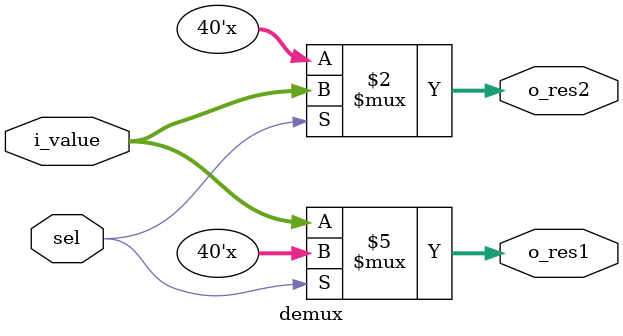
<source format=v>
module demux(
input [39:0] i_value,
input sel,
output reg [39:0] o_res1,
output reg [39:0] o_res2
);

always @ ( sel )
	begin
		case (sel)
			1'd0: o_res1 <= i_value;
			1'd1: o_res2 <= i_value;
		endcase
	end
endmodule	
</source>
